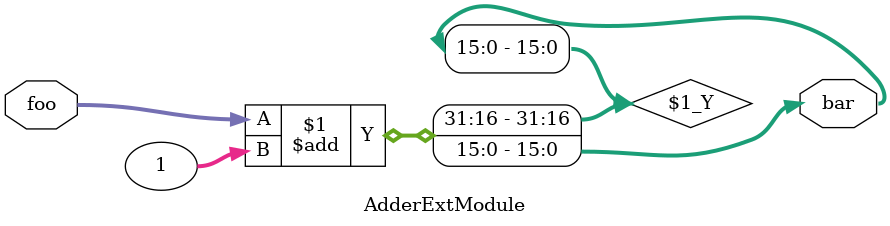
<source format=v>

module AdderExtModule(
  input [15:0] foo,
  output [15:0] bar
);
  assign bar = foo + 1;
endmodule


</source>
